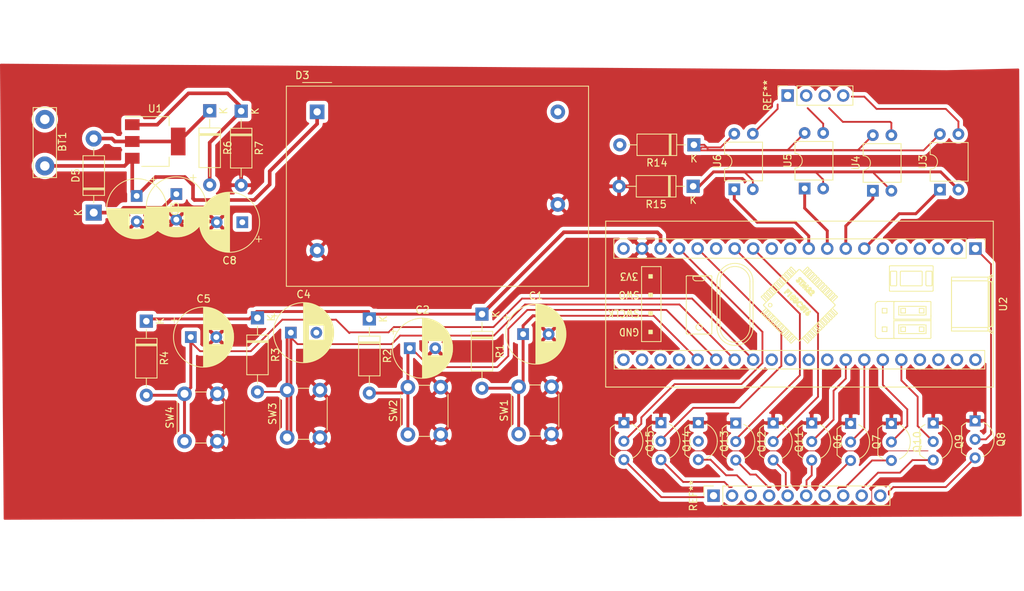
<source format=kicad_pcb>
(kicad_pcb (version 20171130) (host pcbnew "(5.1.9)-1")
  (layers (0 F.Cu signal) (31 B.Cu signal) (34 B.Paste user) (35 F.Paste user) (36 B.SilkS user) (37 F.SilkS user) (38 B.Mask user) (39 F.Mask user) (44 Edge.Cuts user))
  (net 0 "")
  (net 1 "Net-(BT1-Pad1)")
  (net 2 GND)
  (net 3 "Net-(C7-Pad1)")
  (net 4 /V)
  (net 5 "Net-(D9-Pad1)")
  (net 6 "Net-(D11-Pad1)")
  (net 7 "Net-(D12-Pad1)")
  (net 8 /X0)
  (net 9 /X9)
  (net 10 /X8)
  (net 11 /X7)
  (net 12 /X6)
  (net 13 /Y4)
  (net 14 /Y3)
  (net 15 /X1)
  (net 16 /Y2)
  (net 17 /X2)
  (net 18 /X5)
  (net 19 /X4)
  (net 20 /X3)
  (net 21 "Net-(D14-Pad1)")
  (net 22 "Net-(R6-Pad2)")
  (net 23 "Net-(R14-Pad1)")
  (net 24 "Net-(R15-Pad1)")
  (net 25 "Net-(D3-Pad3)")
  (net 26 "Net-(D18-Pad1)")
  (net 27 "Net-(D19-Pad1)")
  (net 28 "Net-(D21-Pad1)")
  (net 29 "Net-(D22-Pad1)")
  (net 30 "Net-(D15-Pad1)")
  (net 31 "Net-(D16-Pad1)")
  (net 32 "Net-(D17-Pad1)")
  (net 33 "Net-(D20-Pad1)")
  (net 34 "Net-(D25-Pad1)")
  (net 35 "Net-(D29-Pad1)")
  (net 36 "Net-(U2-Pad20)")
  (net 37 "Net-(U2-Pad21)")
  (net 38 "Net-(U2-Pad22)")
  (net 39 "Net-(U2-Pad23)")
  (net 40 "Net-(U2-Pad24)")
  (net 41 "Net-(U2-Pad12)")
  (net 42 "Net-(U2-Pad29)")
  (net 43 "Net-(U2-Pad11)")
  (net 44 "Net-(U2-Pad30)")
  (net 45 "Net-(U2-Pad31)")
  (net 46 "Net-(U2-Pad32)")
  (net 47 /Y1)
  (net 48 "Net-(U2-Pad6)")
  (net 49 "Net-(U2-Pad5)")
  (net 50 "Net-(U2-Pad4)")
  (net 51 "Net-(U2-Pad37)")
  (net 52 "Net-(U2-Pad3)")
  (net 53 "Net-(U2-Pad38)")
  (net 54 "Net-(U2-Pad2)")
  (net 55 "Net-(U2-Pad39)")
  (net 56 "Net-(U2-Pad40)")
  (net 57 /buff_tame_1)
  (net 58 /buff_tame_2)
  (net 59 /buff_tame_3)
  (net 60 /buff_tame_4)
  (module Footprints:YAAJ_BluePill_1 (layer F.Cu) (at 212.7504 97.3836 270)
    (fp_text reference U2 (at 7.62 -3.81 90) (layer F.SilkS))
    (fp_text value YAAJ_BluePill_Part_Like hide)
    (fp_text user GND (at 11.43 47.498 180 unlocked) (layer F.SilkS) (effects (font (size 1 0.9))))
    (fp_text user SWCLK (at 8.89 48.26 180 unlocked) (layer F.SilkS) (effects (font (size 1 0.9))))
    (fp_text user SWO (at 6.35 47.498 180 unlocked) (layer F.SilkS) (effects (font (size 1 0.9))))
    (fp_text user 3V3 (at 3.81 47.498 180 unlocked) (layer F.SilkS) (effects (font (size 1 0.9))))
    (pad 20 thru_hole circle (at 0 48.26 270) (size 1.7 1.7) (drill 1) (layers *.Cu *.Mask) (net 36 "Net-(U2-Pad20)"))
    (pad 21 thru_hole circle (at 15.24 48.26 270) (size 1.7 1.7) (drill 1) (layers *.Cu *.Mask) (net 37 "Net-(U2-Pad21)"))
    (pad 19 thru_hole circle (at 0 45.72 270) (size 1.7 1.7) (drill 1) (layers *.Cu *.Mask) (net 2 GND))
    (pad 22 thru_hole circle (at 15.24 45.72 270) (size 1.7 1.7) (drill 1) (layers *.Cu *.Mask) (net 38 "Net-(U2-Pad22)"))
    (pad 18 thru_hole circle (at 0 43.18 270) (size 1.7 1.7) (drill 1) (layers *.Cu *.Mask) (net 4 /V))
    (pad 23 thru_hole circle (at 15.24 43.18 270) (size 1.7 1.7) (drill 1) (layers *.Cu *.Mask) (net 39 "Net-(U2-Pad23)"))
    (pad 17 thru_hole circle (at 0 40.64 270) (size 1.7 1.7) (drill 1) (layers *.Cu *.Mask) (net 8 /X0))
    (pad 24 thru_hole circle (at 15.24 40.64 270) (size 1.7 1.7) (drill 1) (layers *.Cu *.Mask) (net 40 "Net-(U2-Pad24)"))
    (pad 16 thru_hole circle (at 0 38.1 270) (size 1.7 1.7) (drill 1) (layers *.Cu *.Mask) (net 9 /X9))
    (pad 25 thru_hole circle (at 15.24 38.1 270) (size 1.7 1.7) (drill 1) (layers *.Cu *.Mask) (net 57 /buff_tame_1))
    (pad 15 thru_hole circle (at 0 35.56 270) (size 1.7 1.7) (drill 1) (layers *.Cu *.Mask) (net 10 /X8))
    (pad 26 thru_hole circle (at 15.24 35.56 270) (size 1.7 1.7) (drill 1) (layers *.Cu *.Mask) (net 58 /buff_tame_2))
    (pad 14 thru_hole circle (at 0 33.02 270) (size 1.7 1.7) (drill 1) (layers *.Cu *.Mask) (net 11 /X7))
    (pad 27 thru_hole circle (at 15.24 33.02 270) (size 1.7 1.7) (drill 1) (layers *.Cu *.Mask) (net 59 /buff_tame_3))
    (pad 13 thru_hole circle (at 0 30.48 270) (size 1.7 1.7) (drill 1) (layers *.Cu *.Mask) (net 12 /X6))
    (pad 28 thru_hole circle (at 15.24 30.48 270) (size 1.7 1.7) (drill 1) (layers *.Cu *.Mask) (net 60 /buff_tame_4))
    (pad 12 thru_hole circle (at 0 27.94 270) (size 1.7 1.7) (drill 1) (layers *.Cu *.Mask) (net 41 "Net-(U2-Pad12)"))
    (pad 29 thru_hole circle (at 15.24 27.94 270) (size 1.7 1.7) (drill 1) (layers *.Cu *.Mask) (net 42 "Net-(U2-Pad29)"))
    (pad 11 thru_hole circle (at 0 25.4 270) (size 1.7 1.7) (drill 1) (layers *.Cu *.Mask) (net 43 "Net-(U2-Pad11)"))
    (pad 30 thru_hole circle (at 15.24 25.4 270) (size 1.7 1.7) (drill 1) (layers *.Cu *.Mask) (net 44 "Net-(U2-Pad30)"))
    (pad 10 thru_hole circle (at 0 22.86 270) (size 1.7 1.7) (drill 1) (layers *.Cu *.Mask) (net 13 /Y4))
    (pad 31 thru_hole circle (at 15.24 22.86 270) (size 1.7 1.7) (drill 1) (layers *.Cu *.Mask) (net 45 "Net-(U2-Pad31)"))
    (pad 9 thru_hole circle (at 0 20.32 270) (size 1.7 1.7) (drill 1) (layers *.Cu *.Mask) (net 14 /Y3))
    (pad 32 thru_hole circle (at 15.24 20.32 270) (size 1.7 1.7) (drill 1) (layers *.Cu *.Mask) (net 46 "Net-(U2-Pad32)"))
    (pad 8 thru_hole circle (at 0 17.78 270) (size 1.7 1.7) (drill 1) (layers *.Cu *.Mask) (net 16 /Y2))
    (pad 33 thru_hole circle (at 15.24 17.78 270) (size 1.7 1.7) (drill 1) (layers *.Cu *.Mask) (net 15 /X1))
    (pad 7 thru_hole circle (at 0 15.24 270) (size 1.7 1.7) (drill 1) (layers *.Cu *.Mask) (net 47 /Y1))
    (pad 34 thru_hole circle (at 15.24 15.24 270) (size 1.7 1.7) (drill 1) (layers *.Cu *.Mask) (net 17 /X2))
    (pad 6 thru_hole circle (at 0 12.7 270) (size 1.7 1.7) (drill 1) (layers *.Cu *.Mask) (net 48 "Net-(U2-Pad6)"))
    (pad 35 thru_hole circle (at 15.24 12.7 270) (size 1.7 1.7) (drill 1) (layers *.Cu *.Mask) (net 18 /X5))
    (pad 5 thru_hole circle (at 0 10.16 270) (size 1.7 1.7) (drill 1) (layers *.Cu *.Mask) (net 49 "Net-(U2-Pad5)"))
    (pad 36 thru_hole circle (at 15.24 10.16 270) (size 1.7 1.7) (drill 1) (layers *.Cu *.Mask) (net 19 /X4))
    (pad 4 thru_hole circle (at 0 7.62 270) (size 1.7 1.7) (drill 1) (layers *.Cu *.Mask) (net 50 "Net-(U2-Pad4)"))
    (pad 37 thru_hole circle (at 15.24 7.62 270) (size 1.7 1.7) (drill 1) (layers *.Cu *.Mask) (net 51 "Net-(U2-Pad37)"))
    (pad 3 thru_hole circle (at 0 5.08 270) (size 1.7 1.7) (drill 1) (layers *.Cu *.Mask) (net 52 "Net-(U2-Pad3)"))
    (pad 38 thru_hole circle (at 15.24 5.08 270) (size 1.7 1.7) (drill 1) (layers *.Cu *.Mask) (net 53 "Net-(U2-Pad38)"))
    (pad 2 thru_hole circle (at 0 2.54 270) (size 1.7 1.7) (drill 1) (layers *.Cu *.Mask) (net 54 "Net-(U2-Pad2)"))
    (pad 39 thru_hole circle (at 15.24 2.54 270) (size 1.7 1.7) (drill 1) (layers *.Cu *.Mask) (net 55 "Net-(U2-Pad39)"))
    (pad 1 thru_hole rect (at 0 0 270) (size 1.7 1.7) (drill 1) (layers *.Cu *.Mask) (net 20 /X3))
    (pad 40 thru_hole circle (at 15.24 0 270) (size 1.7 1.7) (drill 1) (layers *.Cu *.Mask) (net 56 "Net-(U2-Pad40)"))
  )
  (module Package_TO_SOT_THT:TO-92_Inline_Wide (layer F.Cu) (at 164.5412 121.2596 270)
    (fp_text reference Q15 (at 2.54 -3.56 90) (layer F.SilkS))
    (fp_text value MPSA42)
    (pad 1 thru_hole rect (at 0 0 270) (size 1.5 1.5) (drill 0.8) (layers *.Cu *.Mask) (net 2 GND))
    (pad 3 thru_hole circle (at 5.08 0 270) (size 1.5 1.5) (drill 0.8) (layers *.Cu *.Mask) (net 35 "Net-(D29-Pad1)"))
    (pad 2 thru_hole circle (at 2.54 0 270) (size 1.5 1.5) (drill 0.8) (layers *.Cu *.Mask) (net 8 /X0))
  )
  (module Package_TO_SOT_THT:TO-92_Inline_Wide (layer F.Cu) (at 169.6212 121.2596 270)
    (fp_text reference Q14 (at 2.54 -3.56 90) (layer F.SilkS))
    (fp_text value MPSA42)
    (pad 1 thru_hole rect (at 0 0 270) (size 1.5 1.5) (drill 0.8) (layers *.Cu *.Mask) (net 2 GND))
    (pad 3 thru_hole circle (at 5.08 0 270) (size 1.5 1.5) (drill 0.8) (layers *.Cu *.Mask) (net 34 "Net-(D25-Pad1)"))
    (pad 2 thru_hole circle (at 2.54 0 270) (size 1.5 1.5) (drill 0.8) (layers *.Cu *.Mask) (net 9 /X9))
  )
  (module Package_TO_SOT_THT:TO-92_Inline_Wide (layer F.Cu) (at 174.752 121.2596 270)
    (fp_text reference Q13 (at 2.54 -3.56 90) (layer F.SilkS))
    (fp_text value MPSA42)
    (pad 1 thru_hole rect (at 0 0 270) (size 1.5 1.5) (drill 0.8) (layers *.Cu *.Mask) (net 2 GND))
    (pad 3 thru_hole circle (at 5.08 0 270) (size 1.5 1.5) (drill 0.8) (layers *.Cu *.Mask) (net 33 "Net-(D20-Pad1)"))
    (pad 2 thru_hole circle (at 2.54 0 270) (size 1.5 1.5) (drill 0.8) (layers *.Cu *.Mask) (net 10 /X8))
  )
  (module Package_TO_SOT_THT:TO-92_Inline_Wide (layer F.Cu) (at 179.8828 121.3104 270)
    (fp_text reference Q12 (at 2.54 -3.56 90) (layer F.SilkS))
    (fp_text value MPSA42)
    (pad 1 thru_hole rect (at 0 0 270) (size 1.5 1.5) (drill 0.8) (layers *.Cu *.Mask) (net 2 GND))
    (pad 3 thru_hole circle (at 5.08 0 270) (size 1.5 1.5) (drill 0.8) (layers *.Cu *.Mask) (net 32 "Net-(D17-Pad1)"))
    (pad 2 thru_hole circle (at 2.54 0 270) (size 1.5 1.5) (drill 0.8) (layers *.Cu *.Mask) (net 11 /X7))
  )
  (module Package_TO_SOT_THT:TO-92_Inline_Wide (layer F.Cu) (at 185.0136 121.3104 270)
    (fp_text reference Q11 (at 2.54 -3.56 90) (layer F.SilkS))
    (fp_text value MPSA42)
    (pad 1 thru_hole rect (at 0 0 270) (size 1.5 1.5) (drill 0.8) (layers *.Cu *.Mask) (net 2 GND))
    (pad 3 thru_hole circle (at 5.08 0 270) (size 1.5 1.5) (drill 0.8) (layers *.Cu *.Mask) (net 31 "Net-(D16-Pad1)"))
    (pad 2 thru_hole circle (at 2.54 0 270) (size 1.5 1.5) (drill 0.8) (layers *.Cu *.Mask) (net 12 /X6))
  )
  (module Package_TO_SOT_THT:TO-92_Inline_Wide (layer F.Cu) (at 201.2188 121.3612 270)
    (fp_text reference Q10 (at 2.54 -3.56 90) (layer F.SilkS))
    (fp_text value MPSA42)
    (pad 1 thru_hole rect (at 0 0 270) (size 1.5 1.5) (drill 0.8) (layers *.Cu *.Mask) (net 2 GND))
    (pad 3 thru_hole circle (at 5.08 0 270) (size 1.5 1.5) (drill 0.8) (layers *.Cu *.Mask) (net 30 "Net-(D15-Pad1)"))
    (pad 2 thru_hole circle (at 2.54 0 270) (size 1.5 1.5) (drill 0.8) (layers *.Cu *.Mask) (net 18 /X5))
  )
  (module Package_TO_SOT_THT:TO-92_Inline_Wide (layer F.Cu) (at 206.9592 121.3104 270)
    (fp_text reference Q9 (at 2.54 -3.56 90) (layer F.SilkS))
    (fp_text value MPSA42)
    (pad 1 thru_hole rect (at 0 0 270) (size 1.5 1.5) (drill 0.8) (layers *.Cu *.Mask) (net 2 GND))
    (pad 3 thru_hole circle (at 5.08 0 270) (size 1.5 1.5) (drill 0.8) (layers *.Cu *.Mask) (net 29 "Net-(D22-Pad1)"))
    (pad 2 thru_hole circle (at 2.54 0 270) (size 1.5 1.5) (drill 0.8) (layers *.Cu *.Mask) (net 19 /X4))
  )
  (module Package_TO_SOT_THT:TO-92_Inline_Wide (layer F.Cu) (at 212.6996 121.0056 270)
    (fp_text reference Q8 (at 2.54 -3.56 90) (layer F.SilkS))
    (fp_text value MPSA42)
    (pad 1 thru_hole rect (at 0 0 270) (size 1.5 1.5) (drill 0.8) (layers *.Cu *.Mask) (net 2 GND))
    (pad 3 thru_hole circle (at 5.08 0 270) (size 1.5 1.5) (drill 0.8) (layers *.Cu *.Mask) (net 28 "Net-(D21-Pad1)"))
    (pad 2 thru_hole circle (at 2.54 0 270) (size 1.5 1.5) (drill 0.8) (layers *.Cu *.Mask) (net 20 /X3))
  )
  (module Package_TO_SOT_THT:TO-92_Inline_Wide (layer F.Cu) (at 195.6308 121.3612 270)
    (fp_text reference Q7 (at 2.54 -3.56 90) (layer F.SilkS))
    (fp_text value MPSA42)
    (pad 1 thru_hole rect (at 0 0 270) (size 1.5 1.5) (drill 0.8) (layers *.Cu *.Mask) (net 2 GND))
    (pad 3 thru_hole circle (at 5.08 0 270) (size 1.5 1.5) (drill 0.8) (layers *.Cu *.Mask) (net 27 "Net-(D19-Pad1)"))
    (pad 2 thru_hole circle (at 2.54 0 270) (size 1.5 1.5) (drill 0.8) (layers *.Cu *.Mask) (net 17 /X2))
  )
  (module Package_TO_SOT_THT:TO-92_Inline_Wide (layer F.Cu) (at 190.2968 121.3104 270)
    (fp_text reference Q6 (at 2.54 -3.56 90) (layer F.SilkS))
    (fp_text value MPSA42)
    (pad 1 thru_hole rect (at 0 0 270) (size 1.5 1.5) (drill 0.8) (layers *.Cu *.Mask) (net 2 GND))
    (pad 3 thru_hole circle (at 5.08 0 270) (size 1.5 1.5) (drill 0.8) (layers *.Cu *.Mask) (net 26 "Net-(D18-Pad1)"))
    (pad 2 thru_hole circle (at 2.54 0 270) (size 1.5 1.5) (drill 0.8) (layers *.Cu *.Mask) (net 15 /X1))
  )
  (module Package_DIP:DIP-4_W7.62mm (layer F.Cu) (at 179.6796 89.2556 90)
    (fp_text reference U6 (at 3.81 -2.33 90) (layer F.SilkS))
    (fp_text value TLP627)
    (pad 4 thru_hole oval (at 7.62 0 90) (size 1.6 1.6) (drill 0.8) (layers *.Cu *.Mask) (net 23 "Net-(R14-Pad1)"))
    (pad 2 thru_hole oval (at 0 2.54 90) (size 1.6 1.6) (drill 0.8) (layers *.Cu *.Mask) (net 24 "Net-(R15-Pad1)"))
    (pad 3 thru_hole oval (at 7.62 2.54 90) (size 1.6 1.6) (drill 0.8) (layers *.Cu *.Mask) (net 5 "Net-(D9-Pad1)"))
    (pad 1 thru_hole rect (at 0 0 90) (size 1.6 1.6) (drill 0.8) (layers *.Cu *.Mask) (net 13 /Y4))
  )
  (module Package_DIP:DIP-4_W7.62mm (layer F.Cu) (at 189.3316 89.154 90)
    (fp_text reference U5 (at 3.81 -2.33 90) (layer F.SilkS))
    (fp_text value TLP627)
    (pad 4 thru_hole oval (at 7.62 0 90) (size 1.6 1.6) (drill 0.8) (layers *.Cu *.Mask) (net 23 "Net-(R14-Pad1)"))
    (pad 2 thru_hole oval (at 0 2.54 90) (size 1.6 1.6) (drill 0.8) (layers *.Cu *.Mask) (net 24 "Net-(R15-Pad1)"))
    (pad 3 thru_hole oval (at 7.62 2.54 90) (size 1.6 1.6) (drill 0.8) (layers *.Cu *.Mask) (net 6 "Net-(D11-Pad1)"))
    (pad 1 thru_hole rect (at 0 0 90) (size 1.6 1.6) (drill 0.8) (layers *.Cu *.Mask) (net 14 /Y3))
  )
  (module Package_DIP:DIP-4_W7.62mm (layer F.Cu) (at 198.6788 89.4588 90)
    (fp_text reference U4 (at 3.81 -2.33 90) (layer F.SilkS))
    (fp_text value TLP627)
    (pad 4 thru_hole oval (at 7.62 0 90) (size 1.6 1.6) (drill 0.8) (layers *.Cu *.Mask) (net 23 "Net-(R14-Pad1)"))
    (pad 2 thru_hole oval (at 0 2.54 90) (size 1.6 1.6) (drill 0.8) (layers *.Cu *.Mask) (net 24 "Net-(R15-Pad1)"))
    (pad 3 thru_hole oval (at 7.62 2.54 90) (size 1.6 1.6) (drill 0.8) (layers *.Cu *.Mask) (net 7 "Net-(D12-Pad1)"))
    (pad 1 thru_hole rect (at 0 0 90) (size 1.6 1.6) (drill 0.8) (layers *.Cu *.Mask) (net 16 /Y2))
  )
  (module Package_DIP:DIP-4_W7.62mm (layer F.Cu) (at 207.8736 89.3064 90)
    (fp_text reference U3 (at 3.81 -2.33 90) (layer F.SilkS))
    (fp_text value TLP627)
    (pad 4 thru_hole oval (at 7.62 0 90) (size 1.6 1.6) (drill 0.8) (layers *.Cu *.Mask) (net 23 "Net-(R14-Pad1)"))
    (pad 2 thru_hole oval (at 0 2.54 90) (size 1.6 1.6) (drill 0.8) (layers *.Cu *.Mask) (net 24 "Net-(R15-Pad1)"))
    (pad 3 thru_hole oval (at 7.62 2.54 90) (size 1.6 1.6) (drill 0.8) (layers *.Cu *.Mask) (net 21 "Net-(D14-Pad1)"))
    (pad 1 thru_hole rect (at 0 0 90) (size 1.6 1.6) (drill 0.8) (layers *.Cu *.Mask) (net 47 /Y1))
  )
  (module Package_TO_SOT_SMD:SOT-223-3_TabPin2 (layer F.Cu) (at 100.2792 82.7024)
    (fp_text reference U1 (at 0 -4.5) (layer F.SilkS))
    (fp_text value LM317_SOT-223)
    (pad 1 smd rect (at -3.15 -2.3) (size 2 1.5) (layers F.Cu F.Paste F.Mask) (net 22 "Net-(R6-Pad2)"))
    (pad 3 smd rect (at -3.15 2.3) (size 2 1.5) (layers F.Cu F.Paste F.Mask) (net 1 "Net-(BT1-Pad1)"))
    (pad 2 smd rect (at -3.15 0) (size 2 1.5) (layers F.Cu F.Paste F.Mask) (net 4 /V))
    (pad 2 smd rect (at 3.15 0) (size 2 3.8) (layers F.Cu F.Paste F.Mask) (net 4 /V))
  )
  (module Button_Switch_THT:SW_PUSH_6mm (layer F.Cu) (at 104.2924 123.7996 90)
    (fp_text reference SW4 (at 3.25 -2 90) (layer F.SilkS))
    (fp_text value SW_Push)
    (pad 1 thru_hole circle (at 6.5 0 180) (size 2 2) (drill 1.1) (layers *.Cu *.Mask) (net 60 /buff_tame_4))
    (pad 2 thru_hole circle (at 6.5 4.5 180) (size 2 2) (drill 1.1) (layers *.Cu *.Mask) (net 2 GND))
    (pad 1 thru_hole circle (at 0 0 180) (size 2 2) (drill 1.1) (layers *.Cu *.Mask) (net 60 /buff_tame_4))
    (pad 2 thru_hole circle (at 0 4.5 180) (size 2 2) (drill 1.1) (layers *.Cu *.Mask) (net 2 GND))
  )
  (module Button_Switch_THT:SW_PUSH_6mm (layer F.Cu) (at 118.364 123.2916 90)
    (fp_text reference SW3 (at 3.25 -2 90) (layer F.SilkS))
    (fp_text value SW_Push)
    (pad 1 thru_hole circle (at 6.5 0 180) (size 2 2) (drill 1.1) (layers *.Cu *.Mask) (net 59 /buff_tame_3))
    (pad 2 thru_hole circle (at 6.5 4.5 180) (size 2 2) (drill 1.1) (layers *.Cu *.Mask) (net 2 GND))
    (pad 1 thru_hole circle (at 0 0 180) (size 2 2) (drill 1.1) (layers *.Cu *.Mask) (net 59 /buff_tame_3))
    (pad 2 thru_hole circle (at 0 4.5 180) (size 2 2) (drill 1.1) (layers *.Cu *.Mask) (net 2 GND))
  )
  (module Button_Switch_THT:SW_PUSH_6mm (layer F.Cu) (at 134.9248 122.8852 90)
    (fp_text reference SW2 (at 3.25 -2 90) (layer F.SilkS))
    (fp_text value SW_Push)
    (pad 1 thru_hole circle (at 6.5 0 180) (size 2 2) (drill 1.1) (layers *.Cu *.Mask) (net 58 /buff_tame_2))
    (pad 2 thru_hole circle (at 6.5 4.5 180) (size 2 2) (drill 1.1) (layers *.Cu *.Mask) (net 2 GND))
    (pad 1 thru_hole circle (at 0 0 180) (size 2 2) (drill 1.1) (layers *.Cu *.Mask) (net 58 /buff_tame_2))
    (pad 2 thru_hole circle (at 0 4.5 180) (size 2 2) (drill 1.1) (layers *.Cu *.Mask) (net 2 GND))
  )
  (module Button_Switch_THT:SW_PUSH_6mm (layer F.Cu) (at 150.114 122.8344 90)
    (fp_text reference SW1 (at 3.25 -2 90) (layer F.SilkS))
    (fp_text value SW_Push)
    (pad 1 thru_hole circle (at 6.5 0 180) (size 2 2) (drill 1.1) (layers *.Cu *.Mask) (net 57 /buff_tame_1))
    (pad 2 thru_hole circle (at 6.5 4.5 180) (size 2 2) (drill 1.1) (layers *.Cu *.Mask) (net 2 GND))
    (pad 1 thru_hole circle (at 0 0 180) (size 2 2) (drill 1.1) (layers *.Cu *.Mask) (net 57 /buff_tame_1))
    (pad 2 thru_hole circle (at 0 4.5 180) (size 2 2) (drill 1.1) (layers *.Cu *.Mask) (net 2 GND))
  )
  (module Diode_THT:D_A-405_P10.16mm_Horizontal (layer F.Cu) (at 174.0408 88.8492 180)
    (fp_text reference R15 (at 5.08 -2.47) (layer F.SilkS))
    (fp_text value 470)
    (fp_text user K (at 0 -1.9) (layer F.SilkS))
    (pad 2 thru_hole oval (at 10.16 0 180) (size 1.8 1.8) (drill 0.9) (layers *.Cu *.Mask) (net 2 GND))
    (pad 1 thru_hole rect (at 0 0 180) (size 1.8 1.8) (drill 0.9) (layers *.Cu *.Mask) (net 24 "Net-(R15-Pad1)"))
  )
  (module Diode_THT:D_A-405_P10.16mm_Horizontal (layer F.Cu) (at 174.1424 83.1596 180)
    (fp_text reference R14 (at 5.08 -2.47) (layer F.SilkS))
    (fp_text value 72k)
    (fp_text user K (at 0 -1.9) (layer F.SilkS))
    (pad 2 thru_hole oval (at 10.16 0 180) (size 1.8 1.8) (drill 0.9) (layers *.Cu *.Mask) (net 25 "Net-(D3-Pad3)"))
    (pad 1 thru_hole rect (at 0 0 180) (size 1.8 1.8) (drill 0.9) (layers *.Cu *.Mask) (net 23 "Net-(R14-Pad1)"))
  )
  (module Diode_THT:D_A-405_P10.16mm_Horizontal (layer F.Cu) (at 112.0648 78.5368 270)
    (fp_text reference R7 (at 5.08 -2.47 90) (layer F.SilkS))
    (fp_text value 11k)
    (fp_text user K (at 0 -1.9 90) (layer F.SilkS))
    (pad 2 thru_hole oval (at 10.16 0 270) (size 1.8 1.8) (drill 0.9) (layers *.Cu *.Mask) (net 2 GND))
    (pad 1 thru_hole rect (at 0 0 270) (size 1.8 1.8) (drill 0.9) (layers *.Cu *.Mask) (net 22 "Net-(R6-Pad2)"))
  )
  (module Diode_THT:D_A-405_P10.16mm_Horizontal (layer F.Cu) (at 107.7468 78.486 270)
    (fp_text reference R6 (at 5.08 -2.47 90) (layer F.SilkS))
    (fp_text value 4k)
    (fp_text user K (at 0 -1.9 90) (layer F.SilkS))
    (pad 2 thru_hole oval (at 10.16 0 270) (size 1.8 1.8) (drill 0.9) (layers *.Cu *.Mask) (net 22 "Net-(R6-Pad2)"))
    (pad 1 thru_hole rect (at 0 0 270) (size 1.8 1.8) (drill 0.9) (layers *.Cu *.Mask) (net 4 /V))
  )
  (module Diode_THT:D_A-405_P10.16mm_Horizontal (layer F.Cu) (at 99.06 107.3404 270)
    (fp_text reference R4 (at 5.08 -2.47 90) (layer F.SilkS))
    (fp_text value 1k)
    (fp_text user K (at 0 -1.9 90) (layer F.SilkS))
    (pad 2 thru_hole oval (at 10.16 0 270) (size 1.8 1.8) (drill 0.9) (layers *.Cu *.Mask) (net 60 /buff_tame_4))
    (pad 1 thru_hole rect (at 0 0 270) (size 1.8 1.8) (drill 0.9) (layers *.Cu *.Mask) (net 4 /V))
  )
  (module Diode_THT:D_A-405_P10.16mm_Horizontal (layer F.Cu) (at 114.3 106.8832 270)
    (fp_text reference R3 (at 5.08 -2.47 90) (layer F.SilkS))
    (fp_text value 1k)
    (fp_text user K (at 0 -1.9 90) (layer F.SilkS))
    (pad 2 thru_hole oval (at 10.16 0 270) (size 1.8 1.8) (drill 0.9) (layers *.Cu *.Mask) (net 59 /buff_tame_3))
    (pad 1 thru_hole rect (at 0 0 270) (size 1.8 1.8) (drill 0.9) (layers *.Cu *.Mask) (net 4 /V))
  )
  (module Diode_THT:D_A-405_P10.16mm_Horizontal (layer F.Cu) (at 129.6416 107.0356 270)
    (fp_text reference R2 (at 5.08 -2.47 90) (layer F.SilkS))
    (fp_text value 1k)
    (fp_text user K (at 0 -1.9 90) (layer F.SilkS))
    (pad 2 thru_hole oval (at 10.16 0 270) (size 1.8 1.8) (drill 0.9) (layers *.Cu *.Mask) (net 58 /buff_tame_2))
    (pad 1 thru_hole rect (at 0 0 270) (size 1.8 1.8) (drill 0.9) (layers *.Cu *.Mask) (net 4 /V))
  )
  (module Diode_THT:D_A-405_P10.16mm_Horizontal (layer F.Cu) (at 145.0848 106.3752 270)
    (fp_text reference R1 (at 5.08 -2.47 90) (layer F.SilkS))
    (fp_text value 1k)
    (fp_text user K (at 0 -1.9 90) (layer F.SilkS))
    (pad 2 thru_hole oval (at 10.16 0 270) (size 1.8 1.8) (drill 0.9) (layers *.Cu *.Mask) (net 57 /buff_tame_1))
    (pad 1 thru_hole rect (at 0 0 270) (size 1.8 1.8) (drill 0.9) (layers *.Cu *.Mask) (net 4 /V))
  )
  (module Diode_THT:D_DO-41_SOD81_P10.16mm_Horizontal (layer F.Cu) (at 91.8464 92.456 90)
    (fp_text reference D5 (at 5.08 -2.47 90) (layer F.SilkS))
    (fp_text value 1N4002)
    (fp_text user K (at 0 -2.1 90) (layer F.SilkS))
    (pad 2 thru_hole oval (at 10.16 0 90) (size 2.2 2.2) (drill 1.1) (layers *.Cu *.Mask) (net 4 /V))
    (pad 1 thru_hole rect (at 0 0 90) (size 2.2 2.2) (drill 1.1) (layers *.Cu *.Mask) (net 3 "Net-(C7-Pad1)"))
  )
  (module Converter_ACDC:Converter_ACDC_TRACO_TMG-15_THT (layer F.Cu) (at 122.4788 78.6384)
    (fp_text reference D3 (at -2.03 -5.01) (layer F.SilkS))
    (fp_text value dc-ac_180v)
    (pad 4 thru_hole circle (at 33 12.7) (size 2 2) (drill 1) (layers *.Cu *.Mask) (net 2 GND))
    (pad 3 thru_hole circle (at 33 0) (size 2 2) (drill 1) (layers *.Cu *.Mask) (net 25 "Net-(D3-Pad3)"))
    (pad 2 thru_hole circle (at 0 19) (size 2 2) (drill 1) (layers *.Cu *.Mask) (net 2 GND))
    (pad 1 thru_hole rect (at 0 0) (size 2 2) (drill 1) (layers *.Cu *.Mask) (net 1 "Net-(BT1-Pad1)"))
  )
  (module Capacitor_THT:CP_Radial_D8.0mm_P3.50mm (layer F.Cu) (at 112.2172 93.7768 180)
    (fp_text reference C8 (at 1.75 -5.25) (layer F.SilkS))
    (fp_text value 1u)
    (pad 2 thru_hole circle (at 3.5 0 180) (size 1.6 1.6) (drill 0.8) (layers *.Cu *.Mask) (net 2 GND))
    (pad 1 thru_hole rect (at 0 0 180) (size 1.6 1.6) (drill 0.8) (layers *.Cu *.Mask) (net 4 /V))
  )
  (module Capacitor_THT:CP_Radial_D8.0mm_P3.50mm (layer F.Cu) (at 103.1748 89.916 270)
    (fp_text reference C7 (at 1.75 -5.25 90) (layer F.SilkS))
    (fp_text value 10u)
    (pad 2 thru_hole circle (at 3.5 0 270) (size 1.6 1.6) (drill 0.8) (layers *.Cu *.Mask) (net 2 GND))
    (pad 1 thru_hole rect (at 0 0 270) (size 1.6 1.6) (drill 0.8) (layers *.Cu *.Mask) (net 3 "Net-(C7-Pad1)"))
  )
  (module Capacitor_THT:CP_Radial_D8.0mm_P3.50mm (layer F.Cu) (at 105.156 109.5248)
    (fp_text reference C5 (at 1.75 -5.25) (layer F.SilkS))
    (fp_text value 1u)
    (pad 2 thru_hole circle (at 3.5 0) (size 1.6 1.6) (drill 0.8) (layers *.Cu *.Mask) (net 2 GND))
    (pad 1 thru_hole rect (at 0 0) (size 1.6 1.6) (drill 0.8) (layers *.Cu *.Mask) (net 60 /buff_tame_4))
  )
  (module Capacitor_THT:CP_Radial_D8.0mm_P3.50mm (layer F.Cu) (at 118.872 108.9152)
    (fp_text reference C4 (at 1.75 -5.25) (layer F.SilkS))
    (fp_text value 1u)
    (pad 2 thru_hole circle (at 3.5 0) (size 1.6 1.6) (drill 0.8) (layers *.Cu *.Mask) (net 2 GND))
    (pad 1 thru_hole rect (at 0 0) (size 1.6 1.6) (drill 0.8) (layers *.Cu *.Mask) (net 59 /buff_tame_3))
  )
  (module Capacitor_THT:CP_Radial_D8.0mm_P3.50mm (layer F.Cu) (at 97.7392 90.17 270)
    (fp_text reference C3 (at 1.75 -5.25 90) (layer F.SilkS))
    (fp_text value 0.1u)
    (pad 2 thru_hole circle (at 3.5 0 270) (size 1.6 1.6) (drill 0.8) (layers *.Cu *.Mask) (net 2 GND))
    (pad 1 thru_hole rect (at 0 0 270) (size 1.6 1.6) (drill 0.8) (layers *.Cu *.Mask) (net 1 "Net-(BT1-Pad1)"))
  )
  (module Capacitor_THT:CP_Radial_D8.0mm_P3.50mm (layer F.Cu) (at 135.1788 111.0488)
    (fp_text reference C2 (at 1.75 -5.25) (layer F.SilkS))
    (fp_text value 1u)
    (pad 2 thru_hole circle (at 3.5 0) (size 1.6 1.6) (drill 0.8) (layers *.Cu *.Mask) (net 2 GND))
    (pad 1 thru_hole rect (at 0 0) (size 1.6 1.6) (drill 0.8) (layers *.Cu *.Mask) (net 58 /buff_tame_2))
  )
  (module Capacitor_THT:CP_Radial_D8.0mm_P3.50mm (layer F.Cu) (at 150.7236 109.1184)
    (fp_text reference C1 (at 1.75 -5.25) (layer F.SilkS))
    (fp_text value 1u)
    (pad 2 thru_hole circle (at 3.5 0) (size 1.6 1.6) (drill 0.8) (layers *.Cu *.Mask) (net 2 GND))
    (pad 1 thru_hole rect (at 0 0) (size 1.6 1.6) (drill 0.8) (layers *.Cu *.Mask) (net 57 /buff_tame_1))
  )
  (module TestPoint:TestPoint_Bridge_Pitch6.35mm_Drill1.3mm (layer F.Cu) (at 85.1408 86.0552 90)
    (fp_text reference BT1 (at 3.3 2.4 90) (layer F.SilkS))
    (fp_text value Battery_Cell)
    (pad 1 thru_hole circle (at 6.38 0 90) (size 2.6 2.6) (drill 1.3) (layers *.Cu *.Mask) (net 1 "Net-(BT1-Pad1)"))
    (pad 1 thru_hole circle (at 0 0 90) (size 2.6 2.6) (drill 1.3) (layers *.Cu *.Mask) (net 1 "Net-(BT1-Pad1)"))
  )
  (module Connector_PinSocket_2.54mm:PinSocket_1x04_P2.54mm_Vertical (layer F.Cu) (at 186.9948 76.4032 90)
    (fp_text reference REF** (at 0 -2.77 90) (layer F.SilkS))
    (fp_text value PinSocket_1x04_P2.54mm_Vertical)
    (pad 1 thru_hole rect (at 0 0 90) (size 1.7 1.7) (drill 1) (layers *.Cu *.Mask))
    (pad 2 thru_hole oval (at 0 2.54 90) (size 1.7 1.7) (drill 1) (layers *.Cu *.Mask))
    (pad 3 thru_hole oval (at 0 5.08 90) (size 1.7 1.7) (drill 1) (layers *.Cu *.Mask))
    (pad 4 thru_hole oval (at 0 7.62 90) (size 1.7 1.7) (drill 1) (layers *.Cu *.Mask))
  )
  (module Connector_PinSocket_2.54mm:PinSocket_1x10_P2.54mm_Vertical (layer F.Cu) (at 176.8348 131.2672 90)
    (fp_text reference REF** (at 0 -2.77 90) (layer F.SilkS))
    (fp_text value PinSocket_1x10_P2.54mm_Vertical)
    (pad 1 thru_hole rect (at 0 0 90) (size 1.7 1.7) (drill 1) (layers *.Cu *.Mask))
    (pad 2 thru_hole oval (at 0 2.54 90) (size 1.7 1.7) (drill 1) (layers *.Cu *.Mask))
    (pad 3 thru_hole oval (at 0 5.08 90) (size 1.7 1.7) (drill 1) (layers *.Cu *.Mask))
    (pad 4 thru_hole oval (at 0 7.62 90) (size 1.7 1.7) (drill 1) (layers *.Cu *.Mask))
    (pad 5 thru_hole oval (at 0 10.16 90) (size 1.7 1.7) (drill 1) (layers *.Cu *.Mask))
    (pad 6 thru_hole oval (at 0 12.7 90) (size 1.7 1.7) (drill 1) (layers *.Cu *.Mask))
    (pad 7 thru_hole oval (at 0 15.24 90) (size 1.7 1.7) (drill 1) (layers *.Cu *.Mask))
    (pad 8 thru_hole oval (at 0 17.78 90) (size 1.7 1.7) (drill 1) (layers *.Cu *.Mask))
    (pad 9 thru_hole oval (at 0 20.32 90) (size 1.7 1.7) (drill 1) (layers *.Cu *.Mask))
    (pad 10 thru_hole oval (at 0 22.86 90) (size 1.7 1.7) (drill 1) (layers *.Cu *.Mask))
  )
  (segment (start 163.5252 125.2728) (end 163.5252 125.1712) (width 0.1) (layer F.Cu) (net 2))
  (segment (start 163.5252 125.1712) (end 163.9824 125.1712) (width 0.1) (layer F.Cu) (net 2))
  (segment (start 163.9824 125.1712) (end 164.084 125.0696) (width 0.1) (layer F.Cu) (net 2))
  (segment (start 164.084 125.0696) (end 165.2524 125.0696) (width 0.1) (layer F.Cu) (net 2))
  (segment (start 165.2524 125.0696) (end 170.9928 125.0696) (width 0.1) (layer F.Cu) (net 2))
  (segment (start 170.9928 125.0696) (end 171.0436 125.1204) (width 0.1) (layer F.Cu) (net 2))
  (segment (start 171.0436 125.1204) (end 181.4068 125.1204) (width 0.1) (layer F.Cu) (net 2))
  (segment (start 181.4068 125.1204) (end 186.9948 125.1204) (width 0.1) (layer F.Cu) (net 2))
  (segment (start 186.9948 125.1204) (end 191.77 125.1204) (width 0.1) (layer F.Cu) (net 2))
  (segment (start 191.77 125.1204) (end 197.4596 125.1204) (width 0.1) (layer F.Cu) (net 2))
  (segment (start 197.4596 125.1204) (end 206.248 125.1204) (width 0.1) (layer F.Cu) (net 2))
  (segment (start 198.5264 130.3528) (end 198.5264 132.1308) (width 0.1) (layer F.Cu) (net 2))
  (segment (start 96.0764 86.0552) (end 97.1292 85.0024) (width 0.5) (layer F.Cu) (net 1))
  (segment (start 85.1408 86.0552) (end 96.0764 86.0552) (width 0.5) (layer F.Cu) (net 1))
  (segment (start 97.1292 89.56) (end 97.7392 90.17) (width 0.5) (layer F.Cu) (net 1))
  (segment (start 97.1292 85.0024) (end 97.1292 89.56) (width 0.5) (layer F.Cu) (net 1))
  (segment (start 105.4608 88.6968) (end 104.3432 87.5792) (width 0.5) (layer F.Cu) (net 1))
  (segment (start 113.8428 90.7288) (end 105.664 90.7288) (width 0.5) (layer F.Cu) (net 1))
  (segment (start 104.3432 87.5792) (end 100.33 87.5792) (width 0.5) (layer F.Cu) (net 1))
  (segment (start 115.9764 88.5952) (end 113.8428 90.7288) (width 0.5) (layer F.Cu) (net 1))
  (segment (start 100.33 87.5792) (end 97.7392 90.17) (width 0.5) (layer F.Cu) (net 1))
  (segment (start 115.9764 86.783202) (end 115.9764 88.5952) (width 0.5) (layer F.Cu) (net 1))
  (segment (start 105.4608 90.5256) (end 105.4608 88.6968) (width 0.5) (layer F.Cu) (net 1))
  (segment (start 122.4788 80.280802) (end 115.9764 86.783202) (width 0.5) (layer F.Cu) (net 1))
  (segment (start 105.664 90.7288) (end 105.4608 90.5256) (width 0.5) (layer F.Cu) (net 1))
  (segment (start 122.4788 78.6384) (end 122.4788 80.280802) (width 0.5) (layer F.Cu) (net 1))
  (segment (start 108.6104 93.67) (end 108.7172 93.7768) (width 0.5) (layer F.Cu) (net 2))
  (segment (start 97.7392 93.67) (end 108.6104 93.67) (width 0.5) (layer F.Cu) (net 2))
  (segment (start 91.8464 92.456) (end 95.3008 92.456) (width 0.5) (layer F.Cu) (net 3))
  (segment (start 95.3008 92.456) (end 95.9612 91.7956) (width 0.5) (layer F.Cu) (net 3))
  (segment (start 101.2952 91.7956) (end 103.1748 89.916) (width 0.5) (layer F.Cu) (net 3))
  (segment (start 95.9612 91.7956) (end 101.2952 91.7956) (width 0.5) (layer F.Cu) (net 3))
  (segment (start 91.8464 82.296) (end 94.3356 82.296) (width 0.5) (layer F.Cu) (net 4))
  (segment (start 94.742 82.7024) (end 97.1292 82.7024) (width 0.5) (layer F.Cu) (net 4))
  (segment (start 94.3356 82.296) (end 94.742 82.7024) (width 0.5) (layer F.Cu) (net 4))
  (segment (start 97.1292 82.7024) (end 103.4292 82.7024) (width 0.5) (layer F.Cu) (net 4))
  (segment (start 103.5304 82.7024) (end 107.7468 78.486) (width 0.5) (layer F.Cu) (net 4))
  (segment (start 103.4292 82.7024) (end 103.5304 82.7024) (width 0.5) (layer F.Cu) (net 4))
  (segment (start 113.1824 107.0356) (end 114.1984 106.0196) (width 0.4) (layer F.Cu) (net 4))
  (segment (start 99.1108 107.0356) (end 113.1824 107.0356) (width 0.4) (layer F.Cu) (net 4))
  (segment (start 98.7044 106.9848) (end 99.06 107.3404) (width 0.4) (layer F.Cu) (net 4))
  (segment (start 114.1984 106.0196) (end 129.54 106.0196) (width 0.4) (layer F.Cu) (net 4))
  (segment (start 129.8956 106.3752) (end 145.0848 106.3752) (width 0.4) (layer F.Cu) (net 4))
  (segment (start 169.5704 97.3836) (end 169.5704 95.6056) (width 0.5) (layer F.Cu) (net 4))
  (segment (start 169.5704 95.6056) (end 169.1132 95.1484) (width 0.5) (layer F.Cu) (net 4))
  (segment (start 156.3116 95.1484) (end 145.0848 106.3752) (width 0.5) (layer F.Cu) (net 4))
  (segment (start 169.1132 95.1484) (end 156.3116 95.1484) (width 0.5) (layer F.Cu) (net 4))
  (segment (start 182.2196 81.6356) (end 185.6232 78.232) (width 0.25) (layer F.Cu) (net 5))
  (segment (start 185.6232 78.232) (end 185.6232 77.6224) (width 0.25) (layer F.Cu) (net 5))
  (segment (start 191.8716 81.534) (end 191.8716 80.264) (width 0.25) (layer F.Cu) (net 6))
  (segment (start 191.8716 80.264) (end 189.738 78.1304) (width 0.25) (layer F.Cu) (net 6))
  (segment (start 201.2188 81.8388) (end 201.2188 80.1624) (width 0.25) (layer F.Cu) (net 7))
  (segment (start 201.2188 80.1624) (end 201.0664 80.01) (width 0.25) (layer F.Cu) (net 7))
  (segment (start 201.0664 80.01) (end 194.564 80.01) (width 0.25) (layer F.Cu) (net 7))
  (segment (start 194.564 80.01) (end 192.6844 78.1304) (width 0.25) (layer F.Cu) (net 7))
  (segment (start 183.5404 108.8136) (end 172.1104 97.3836) (width 0.25) (layer F.Cu) (net 8))
  (segment (start 180.656602 115.9764) (end 183.5404 113.092602) (width 0.25) (layer F.Cu) (net 8))
  (segment (start 171.5008 115.9764) (end 180.656602 115.9764) (width 0.25) (layer F.Cu) (net 8))
  (segment (start 183.5404 113.092602) (end 183.5404 108.8136) (width 0.25) (layer F.Cu) (net 8))
  (segment (start 166.9288 120.5484) (end 171.5008 115.9764) (width 0.25) (layer F.Cu) (net 8))
  (segment (start 166.9288 121.412) (end 166.9288 120.5484) (width 0.25) (layer F.Cu) (net 8))
  (segment (start 164.5412 123.7996) (end 166.9288 121.412) (width 0.25) (layer F.Cu) (net 8))
  (segment (start 186.1312 113.4872) (end 186.1312 108.8644) (width 0.25) (layer F.Cu) (net 9))
  (segment (start 180.3908 119.2276) (end 186.1312 113.4872) (width 0.25) (layer F.Cu) (net 9))
  (segment (start 174.0408 119.2276) (end 180.3908 119.2276) (width 0.25) (layer F.Cu) (net 9))
  (segment (start 186.1312 108.8644) (end 174.6504 97.3836) (width 0.25) (layer F.Cu) (net 9))
  (segment (start 169.6212 123.6472) (end 174.0408 119.2276) (width 0.25) (layer F.Cu) (net 9))
  (segment (start 169.6212 123.7996) (end 169.6212 123.6472) (width 0.25) (layer F.Cu) (net 9))
  (segment (start 188.6712 106.3244) (end 179.7304 97.3836) (width 0.25) (layer F.Cu) (net 11))
  (segment (start 188.6712 114.7572) (end 188.6712 106.3244) (width 0.25) (layer F.Cu) (net 11))
  (segment (start 179.8828 123.5456) (end 188.6712 114.7572) (width 0.25) (layer F.Cu) (net 11))
  (segment (start 179.8828 123.8504) (end 179.8828 123.5456) (width 0.25) (layer F.Cu) (net 11))
  (segment (start 191.1604 106.2736) (end 182.2704 97.3836) (width 0.25) (layer F.Cu) (net 12))
  (segment (start 191.1604 117.7036) (end 191.1604 106.2736) (width 0.25) (layer F.Cu) (net 12))
  (segment (start 185.0136 123.8504) (end 191.1604 117.7036) (width 0.25) (layer F.Cu) (net 12))
  (segment (start 179.6796 89.2556) (end 179.6796 90.6272) (width 0.4) (layer F.Cu) (net 13))
  (segment (start 179.6796 90.6272) (end 182.8292 93.7768) (width 0.4) (layer F.Cu) (net 13))
  (segment (start 182.8292 93.7768) (end 188.0108 93.7768) (width 0.4) (layer F.Cu) (net 13))
  (segment (start 189.8904 95.6564) (end 189.8904 97.3836) (width 0.4) (layer F.Cu) (net 13))
  (segment (start 188.0108 93.7768) (end 189.8904 95.6564) (width 0.4) (layer F.Cu) (net 13))
  (segment (start 189.3316 89.154) (end 189.3316 91.8464) (width 0.4) (layer F.Cu) (net 14))
  (segment (start 192.4304 94.9452) (end 192.4304 97.3836) (width 0.4) (layer F.Cu) (net 14))
  (segment (start 189.3316 91.8464) (end 192.4304 94.9452) (width 0.4) (layer F.Cu) (net 14))
  (segment (start 193.294 120.8532) (end 190.2968 123.8504) (width 0.25) (layer F.Cu) (net 15))
  (segment (start 193.294 116.8908) (end 193.294 120.8532) (width 0.25) (layer F.Cu) (net 15))
  (segment (start 194.9704 115.2144) (end 193.294 116.8908) (width 0.25) (layer F.Cu) (net 15))
  (segment (start 194.9704 112.6236) (end 194.9704 115.2144) (width 0.25) (layer F.Cu) (net 15))
  (segment (start 198.6788 89.4588) (end 198.6788 90.5764) (width 0.4) (layer F.Cu) (net 16))
  (segment (start 194.9704 94.2848) (end 194.9704 97.3836) (width 0.4) (layer F.Cu) (net 16))
  (segment (start 198.6788 90.5764) (end 194.9704 94.2848) (width 0.4) (layer F.Cu) (net 16))
  (segment (start 197.5104 122.0216) (end 195.6308 123.9012) (width 0.25) (layer F.Cu) (net 17))
  (segment (start 197.5104 112.6236) (end 197.5104 122.0216) (width 0.25) (layer F.Cu) (net 17))
  (segment (start 200.0504 112.6236) (end 200.0504 116.078) (width 0.25) (layer F.Cu) (net 18))
  (segment (start 200.0504 116.078) (end 203.4032 119.4308) (width 0.25) (layer F.Cu) (net 18))
  (segment (start 203.4032 121.7168) (end 201.2188 123.9012) (width 0.25) (layer F.Cu) (net 18))
  (segment (start 203.4032 119.4308) (end 203.4032 121.7168) (width 0.25) (layer F.Cu) (net 18))
  (segment (start 202.5904 112.6236) (end 202.5904 115.4684) (width 0.25) (layer F.Cu) (net 19))
  (segment (start 202.5904 115.4684) (end 204.8256 117.7036) (width 0.25) (layer F.Cu) (net 19))
  (segment (start 204.8256 121.7168) (end 206.9592 123.8504) (width 0.25) (layer F.Cu) (net 19))
  (segment (start 204.8256 117.7036) (end 204.8256 121.7168) (width 0.25) (layer F.Cu) (net 19))
  (segment (start 212.6996 123.5456) (end 214.1728 123.5456) (width 0.25) (layer F.Cu) (net 20))
  (segment (start 214.1728 123.5456) (end 214.884 122.8344) (width 0.25) (layer F.Cu) (net 20))
  (segment (start 214.884 99.5172) (end 212.7504 97.3836) (width 0.25) (layer F.Cu) (net 20))
  (segment (start 214.884 122.8344) (end 214.884 99.5172) (width 0.25) (layer F.Cu) (net 20))
  (segment (start 210.4136 81.6864) (end 210.4136 79.9592) (width 0.25) (layer F.Cu) (net 21))
  (segment (start 210.4136 79.9592) (end 208.6864 78.232) (width 0.25) (layer F.Cu) (net 21))
  (segment (start 208.6864 78.232) (end 199.1868 78.232) (width 0.25) (layer F.Cu) (net 21))
  (segment (start 199.1868 78.232) (end 197.5104 76.5556) (width 0.25) (layer F.Cu) (net 21))
  (segment (start 197.5104 76.5556) (end 195.789801 76.5556) (width 0.25) (layer F.Cu) (net 21))
  (segment (start 97.1292 80.4024) (end 100.5472 80.4024) (width 0.5) (layer F.Cu) (net 22))
  (segment (start 100.5472 80.4024) (end 104.8512 76.0984) (width 0.5) (layer F.Cu) (net 22))
  (segment (start 104.8512 76.0984) (end 110.1852 76.0984) (width 0.5) (layer F.Cu) (net 22))
  (segment (start 112.0648 77.978) (end 112.0648 78.5368) (width 0.5) (layer F.Cu) (net 22))
  (segment (start 110.1852 76.0984) (end 112.0648 77.978) (width 0.5) (layer F.Cu) (net 22))
  (segment (start 107.7468 82.8548) (end 112.0648 78.5368) (width 0.5) (layer F.Cu) (net 22))
  (segment (start 107.7468 88.646) (end 107.7468 82.8548) (width 0.5) (layer F.Cu) (net 22))
  (segment (start 174.1424 83.1596) (end 174.8536 83.8708) (width 0.25) (layer F.Cu) (net 23))
  (segment (start 196.6468 83.8708) (end 198.6788 81.8388) (width 0.25) (layer F.Cu) (net 23))
  (segment (start 176.022 83.8708) (end 196.6468 83.8708) (width 0.25) (layer F.Cu) (net 23))
  (segment (start 187.8076 83.058) (end 189.3316 81.534) (width 0.25) (layer F.Cu) (net 23))
  (segment (start 186.9948 83.8708) (end 187.8076 83.058) (width 0.25) (layer F.Cu) (net 23))
  (segment (start 176.022 83.8708) (end 186.9948 83.8708) (width 0.25) (layer F.Cu) (net 23))
  (segment (start 176.022 83.6168) (end 176.022 83.8708) (width 0.25) (layer F.Cu) (net 23))
  (segment (start 175.5648 83.1596) (end 176.022 83.6168) (width 0.25) (layer F.Cu) (net 23))
  (segment (start 174.1424 83.1596) (end 175.5648 83.1596) (width 0.25) (layer F.Cu) (net 23))
  (segment (start 177.8 83.5152) (end 179.6796 81.6356) (width 0.25) (layer F.Cu) (net 23))
  (segment (start 175.2092 83.5152) (end 177.8 83.5152) (width 0.25) (layer F.Cu) (net 23))
  (segment (start 174.8536 83.8708) (end 175.2092 83.5152) (width 0.25) (layer F.Cu) (net 23))
  (segment (start 205.6384 83.9216) (end 207.8736 81.6864) (width 0.25) (layer F.Cu) (net 23))
  (segment (start 174.9044 83.9216) (end 205.6384 83.9216) (width 0.25) (layer F.Cu) (net 23))
  (segment (start 174.8536 83.8708) (end 174.9044 83.9216) (width 0.25) (layer F.Cu) (net 23))
  (segment (start 174.0408 88.8492) (end 174.8536 88.8492) (width 0.4) (layer F.Cu) (net 24))
  (segment (start 174.8536 88.8492) (end 176.8348 86.868) (width 0.4) (layer F.Cu) (net 24))
  (segment (start 207.9752 86.868) (end 210.4136 89.3064) (width 0.4) (layer F.Cu) (net 24))
  (segment (start 198.8312 86.868) (end 207.9752 86.868) (width 0.4) (layer F.Cu) (net 24))
  (segment (start 198.8312 87.0712) (end 198.8312 86.868) (width 0.25) (layer F.Cu) (net 24))
  (segment (start 201.2188 89.4588) (end 198.8312 87.0712) (width 0.25) (layer F.Cu) (net 24))
  (segment (start 191.8716 87.9348) (end 190.8048 86.868) (width 0.25) (layer F.Cu) (net 24))
  (segment (start 191.8716 89.154) (end 191.8716 87.9348) (width 0.25) (layer F.Cu) (net 24))
  (segment (start 190.8048 86.868) (end 198.8312 86.868) (width 0.4) (layer F.Cu) (net 24))
  (segment (start 182.2196 88.0364) (end 181.0512 86.868) (width 0.25) (layer F.Cu) (net 24))
  (segment (start 182.2196 89.2556) (end 182.2196 88.0364) (width 0.25) (layer F.Cu) (net 24))
  (segment (start 181.0512 86.868) (end 190.8048 86.868) (width 0.4) (layer F.Cu) (net 24))
  (segment (start 176.8348 86.868) (end 181.0512 86.868) (width 0.4) (layer F.Cu) (net 24))
  (segment (start 190.2968 126.3904) (end 190.2968 128.4732) (width 0.25) (layer F.Cu) (net 26))
  (segment (start 190.2968 128.4732) (end 189.5856 129.1844) (width 0.25) (layer F.Cu) (net 26))
  (segment (start 189.5856 130.048) (end 189.541401 130.092199) (width 0.25) (layer F.Cu) (net 26))
  (segment (start 189.5856 129.1844) (end 189.5856 130.048) (width 0.25) (layer F.Cu) (net 26))
  (segment (start 189.541401 130.092199) (end 189.2808 130.092199) (width 0.25) (layer F.Cu) (net 26))
  (segment (start 195.6308 126.4412) (end 191.979801 130.092199) (width 0.25) (layer F.Cu) (net 27))
  (segment (start 191.979801 130.092199) (end 191.9732 130.092199) (width 0.25) (layer F.Cu) (net 27))
  (segment (start 191.9732 130.092199) (end 192.024 130.092199) (width 0.25) (layer F.Cu) (net 27))
  (segment (start 192.024 130.092199) (end 191.8716 130.092199) (width 0.25) (layer F.Cu) (net 27))
  (segment (start 191.8716 130.092199) (end 191.9732 130.092199) (width 0.25) (layer F.Cu) (net 27))
  (segment (start 212.6996 126.0856) (end 208.693001 130.092199) (width 0.25) (layer F.Cu) (net 28))
  (segment (start 201.480801 130.092199) (end 200.869801 130.703199) (width 0.25) (layer F.Cu) (net 28))
  (segment (start 208.693001 130.092199) (end 201.480801 130.092199) (width 0.25) (layer F.Cu) (net 28))
  (segment (start 200.869801 130.703199) (end 200.869801 131.1148) (width 0.25) (layer F.Cu) (net 28))
  (segment (start 206.9592 126.3904) (end 204.1144 126.3904) (width 0.25) (layer F.Cu) (net 29))
  (segment (start 204.1144 126.3904) (end 202.3872 128.1176) (width 0.25) (layer F.Cu) (net 29))
  (segment (start 199.39 128.1176) (end 197.415401 130.092199) (width 0.25) (layer F.Cu) (net 29))
  (segment (start 202.3872 128.1176) (end 199.39 128.1176) (width 0.25) (layer F.Cu) (net 29))
  (segment (start 197.415401 130.092199) (end 197.2564 130.092199) (width 0.25) (layer F.Cu) (net 29))
  (segment (start 201.2188 126.4412) (end 198.5772 126.4412) (width 0.25) (layer F.Cu) (net 30))
  (segment (start 194.926201 130.092199) (end 194.050799 130.092199) (width 0.25) (layer F.Cu) (net 30))
  (segment (start 198.5772 126.4412) (end 194.926201 130.092199) (width 0.25) (layer F.Cu) (net 30))
  (segment (start 194.050799 130.092199) (end 193.897699 130.245299) (width 0.25) (layer F.Cu) (net 30))
  (segment (start 185.0136 126.3904) (end 186.7408 128.1176) (width 0.25) (layer F.Cu) (net 31))
  (segment (start 186.7408 130.048) (end 186.784999 130.092199) (width 0.25) (layer F.Cu) (net 31))
  (segment (start 186.7408 128.1176) (end 186.7408 130.048) (width 0.25) (layer F.Cu) (net 31))
  (segment (start 186.784999 130.092199) (end 186.9948 130.092199) (width 0.25) (layer F.Cu) (net 31))
  (segment (start 179.8828 126.3904) (end 181.864 128.3716) (width 0.25) (layer F.Cu) (net 32))
  (segment (start 182.626 128.3716) (end 184.346599 130.092199) (width 0.25) (layer F.Cu) (net 32))
  (segment (start 181.864 128.3716) (end 182.626 128.3716) (width 0.25) (layer F.Cu) (net 32))
  (segment (start 184.346599 130.092199) (end 184.658 130.092199) (width 0.25) (layer F.Cu) (net 32))
  (segment (start 174.752 126.3396) (end 176.4284 126.3396) (width 0.25) (layer F.Cu) (net 33))
  (segment (start 176.4284 126.3396) (end 178.562 128.4732) (width 0.25) (layer F.Cu) (net 33))
  (segment (start 178.562 128.4732) (end 180.0352 128.4732) (width 0.25) (layer F.Cu) (net 33))
  (segment (start 180.0352 128.4732) (end 181.654199 130.092199) (width 0.25) (layer F.Cu) (net 33))
  (segment (start 181.654199 130.092199) (end 181.9656 130.092199) (width 0.25) (layer F.Cu) (net 33))
  (segment (start 169.6212 126.3396) (end 172.6692 129.3876) (width 0.25) (layer F.Cu) (net 34))
  (segment (start 178.308 129.3876) (end 179.012599 130.092199) (width 0.25) (layer F.Cu) (net 34))
  (segment (start 172.6692 129.3876) (end 178.308 129.3876) (width 0.25) (layer F.Cu) (net 34))
  (segment (start 179.012599 130.092199) (end 179.324 130.092199) (width 0.25) (layer F.Cu) (net 34))
  (segment (start 164.5412 126.3396) (end 169.672 131.4704) (width 0.25) (layer F.Cu) (net 35))
  (segment (start 169.672 131.4704) (end 175.3108 131.4704) (width 0.25) (layer F.Cu) (net 35))
  (segment (start 175.3108 131.4704) (end 175.4632 131.4704) (width 0.25) (layer F.Cu) (net 35))
  (segment (start 197.5104 97.3836) (end 202.2856 92.6084) (width 0.4) (layer F.Cu) (net 47))
  (segment (start 204.5716 92.6084) (end 207.8736 89.3064) (width 0.4) (layer F.Cu) (net 47))
  (segment (start 202.2856 92.6084) (end 204.5716 92.6084) (width 0.4) (layer F.Cu) (net 47))
  (segment (start 149.9132 116.5352) (end 150.114 116.3344) (width 0.4) (layer F.Cu) (net 57))
  (segment (start 145.0848 116.5352) (end 149.9132 116.5352) (width 0.4) (layer F.Cu) (net 57))
  (segment (start 150.7236 115.7248) (end 150.114 116.3344) (width 0.4) (layer F.Cu) (net 57))
  (segment (start 150.7236 109.1184) (end 150.7236 115.7248) (width 0.4) (layer F.Cu) (net 57))
  (segment (start 150.114 116.3344) (end 150.114 122.8344) (width 0.4) (layer F.Cu) (net 57))
  (segment (start 150.7236 109.1184) (end 150.7236 107.95) (width 0.4) (layer F.Cu) (net 57))
  (segment (start 168.6306 106.6038) (end 174.6504 112.6236) (width 0.25) (layer F.Cu) (net 57))
  (segment (start 152.0698 106.6038) (end 168.6306 106.6038) (width 0.25) (layer F.Cu) (net 57))
  (segment (start 150.7236 107.95) (end 152.0698 106.6038) (width 0.4) (layer F.Cu) (net 57))
  (segment (start 152.0698 106.6038) (end 152.4254 106.6038) (width 0.4) (layer F.Cu) (net 57))
  (segment (start 134.1144 117.1956) (end 134.9248 116.3852) (width 0.4) (layer F.Cu) (net 58))
  (segment (start 129.6416 117.1956) (end 134.1144 117.1956) (width 0.4) (layer F.Cu) (net 58))
  (segment (start 134.9248 111.3028) (end 135.1788 111.0488) (width 0.4) (layer F.Cu) (net 58))
  (segment (start 134.9248 116.3852) (end 134.9248 111.3028) (width 0.4) (layer F.Cu) (net 58))
  (segment (start 134.9248 116.3852) (end 134.9248 122.8852) (width 0.4) (layer F.Cu) (net 58))
  (segment (start 170.366191 105.799391) (end 177.1904 112.6236) (width 0.25) (layer F.Cu) (net 58))
  (segment (start 148.6916 108.4072) (end 151.299409 105.799391) (width 0.25) (layer F.Cu) (net 58))
  (segment (start 151.299409 105.799391) (end 170.366191 105.799391) (width 0.25) (layer F.Cu) (net 58))
  (segment (start 147.1676 113.6396) (end 148.6916 112.1156) (width 0.25) (layer F.Cu) (net 58))
  (segment (start 137.9728 113.6396) (end 147.1676 113.6396) (width 0.25) (layer F.Cu) (net 58))
  (segment (start 148.6916 112.1156) (end 148.6916 108.4072) (width 0.25) (layer F.Cu) (net 58))
  (segment (start 135.382 111.0488) (end 137.9728 113.6396) (width 0.25) (layer F.Cu) (net 58))
  (segment (start 135.1788 111.0488) (end 135.382 111.0488) (width 0.25) (layer F.Cu) (net 58))
  (segment (start 118.2092 116.6368) (end 118.364 116.7916) (width 0.4) (layer F.Cu) (net 59))
  (segment (start 118.872 122.7836) (end 118.364 123.2916) (width 0.4) (layer F.Cu) (net 59))
  (segment (start 118.872 108.9152) (end 118.872 122.7836) (width 0.4) (layer F.Cu) (net 59))
  (segment (start 118.364 123.2916) (end 118.364 116.7916) (width 0.4) (layer F.Cu) (net 59))
  (segment (start 118.364 109.4232) (end 118.872 108.9152) (width 0.4) (layer F.Cu) (net 59))
  (segment (start 118.364 116.7916) (end 118.364 109.4232) (width 0.4) (layer F.Cu) (net 59))
  (segment (start 118.1124 117.0432) (end 118.364 116.7916) (width 0.25) (layer F.Cu) (net 59))
  (segment (start 114.3 117.0432) (end 118.1124 117.0432) (width 0.25) (layer F.Cu) (net 59))
  (segment (start 172.1612 105.0544) (end 179.7304 112.6236) (width 0.25) (layer F.Cu) (net 59))
  (segment (start 146.7104 109.3216) (end 150.9776 105.0544) (width 0.25) (layer F.Cu) (net 59))
  (segment (start 150.9776 105.0544) (end 172.1612 105.0544) (width 0.25) (layer F.Cu) (net 59))
  (segment (start 133.858 109.3216) (end 146.7104 109.3216) (width 0.25) (layer F.Cu) (net 59))
  (segment (start 119.7864 110.49) (end 132.6896 110.49) (width 0.25) (layer F.Cu) (net 59))
  (segment (start 132.6896 110.49) (end 133.858 109.3216) (width 0.25) (layer F.Cu) (net 59))
  (segment (start 118.872 109.5756) (end 119.7864 110.49) (width 0.25) (layer F.Cu) (net 59))
  (segment (start 118.872 108.9152) (end 118.872 109.5756) (width 0.25) (layer F.Cu) (net 59))
  (segment (start 104.0916 117.5004) (end 104.2924 117.2996) (width 0.4) (layer F.Cu) (net 60))
  (segment (start 99.06 117.5004) (end 104.0916 117.5004) (width 0.4) (layer F.Cu) (net 60))
  (segment (start 105.156 116.436) (end 104.2924 117.2996) (width 0.4) (layer F.Cu) (net 60))
  (segment (start 105.156 109.5248) (end 105.156 116.436) (width 0.4) (layer F.Cu) (net 60))
  (segment (start 104.2924 117.2996) (end 104.2924 123.7996) (width 0.4) (layer F.Cu) (net 60))
  (segment (start 173.8884 104.2416) (end 182.2704 112.6236) (width 0.25) (layer F.Cu) (net 60))
  (segment (start 150.5712 104.2416) (end 173.8884 104.2416) (width 0.25) (layer F.Cu) (net 60))
  (segment (start 146.6596 108.1532) (end 150.5712 104.2416) (width 0.25) (layer F.Cu) (net 60))
  (segment (start 132.276009 108.871591) (end 132.9944 108.1532) (width 0.25) (layer F.Cu) (net 60))
  (segment (start 132.9944 108.1532) (end 146.6596 108.1532) (width 0.25) (layer F.Cu) (net 60))
  (segment (start 125.0696 107.1372) (end 126.8984 108.966) (width 0.25) (layer F.Cu) (net 60))
  (segment (start 117.7036 107.1372) (end 125.0696 107.1372) (width 0.25) (layer F.Cu) (net 60))
  (segment (start 113.3856 111.4552) (end 117.7036 107.1372) (width 0.25) (layer F.Cu) (net 60))
  (segment (start 126.992809 108.871591) (end 132.276009 108.871591) (width 0.25) (layer F.Cu) (net 60))
  (segment (start 106.426 111.4552) (end 113.3856 111.4552) (width 0.25) (layer F.Cu) (net 60))
  (segment (start 105.156 110.1852) (end 106.426 111.4552) (width 0.25) (layer F.Cu) (net 60))
  (segment (start 126.8984 108.966) (end 126.992809 108.871591) (width 0.25) (layer F.Cu) (net 60))
  (segment (start 105.156 109.5248) (end 105.156 110.1852) (width 0.25) (layer F.Cu) (net 60))
  (zone (net 2) (net_name GND) (layer F.Cu) (connect_pads (clearance 0.508)) (min_thickness 0.254) (fill yes (arc_segments 32) (thermal_gap 0.508) (thermal_bridge_width 0.508))
    (polygon (pts (xy 208.798852 72.926691) (xy 218.7448 72.6948) (xy 218.746539 72.995072) (xy 219.4052 72.9996) (xy 218.746645 73.013449) (xy 219.1004 134.112) (xy 79.502 134.5692) (xy 78.994 72.0344)))
  )
)
</source>
